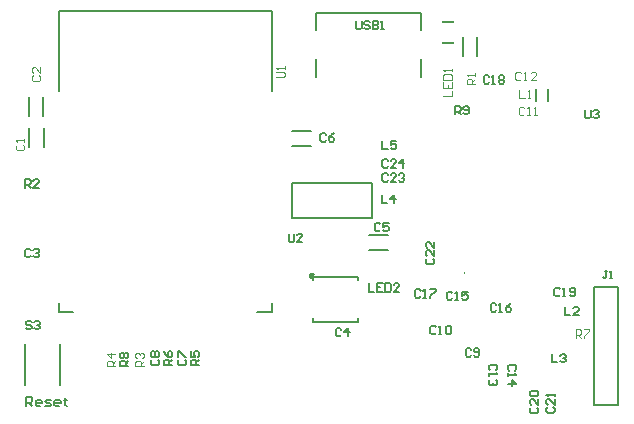
<source format=gto>
G04*
G04 #@! TF.GenerationSoftware,Altium Limited,Altium Designer,24.2.2 (26)*
G04*
G04 Layer_Color=65535*
%FSLAX43Y43*%
%MOMM*%
G71*
G04*
G04 #@! TF.SameCoordinates,928B7802-305B-46AC-8759-79FB43F0BFC6*
G04*
G04*
G04 #@! TF.FilePolarity,Positive*
G04*
G01*
G75*
%ADD10C,0.100*%
%ADD11C,0.127*%
%ADD12C,0.200*%
%ADD13C,0.254*%
%ADD14C,0.150*%
%ADD15C,0.120*%
%ADD16R,1.016X0.200*%
D10*
X38225Y22250D02*
G03*
X38225Y22150I0J-50D01*
G01*
D02*
G03*
X38225Y22250I0J50D01*
G01*
X2875Y36850D02*
G03*
X2875Y36950I0J50D01*
G01*
D02*
G03*
X2875Y36850I0J-50D01*
G01*
X3875Y44400D02*
X21875D01*
D11*
X25630Y38790D02*
Y40380D01*
Y42820D02*
Y44200D01*
X34570Y38790D02*
Y40380D01*
Y42820D02*
Y44200D01*
X25630D02*
X34570D01*
X25400Y21600D02*
Y21900D01*
X29200D01*
Y21600D02*
Y21900D01*
X25400Y18100D02*
Y18400D01*
Y18100D02*
X29200D01*
Y18400D01*
X44300Y36800D02*
Y37800D01*
X45300Y36800D02*
Y37800D01*
X1365Y32900D02*
Y34500D01*
X2585Y32900D02*
Y34500D01*
X30100Y25410D02*
X31700D01*
X30100Y24190D02*
X31700D01*
X23600Y32990D02*
X25200D01*
X23600Y34210D02*
X25200D01*
X39310Y40600D02*
Y42200D01*
X38090Y40600D02*
Y42200D01*
X2562Y35543D02*
Y37143D01*
X1343Y35543D02*
Y37143D01*
D12*
X23650Y29845D02*
X30350D01*
X23650Y26845D02*
X30350D01*
Y29845D01*
X23650Y26845D02*
Y29845D01*
X3875Y18900D02*
Y19650D01*
Y18900D02*
X5075D01*
X20675D02*
X21875D01*
Y19650D01*
Y37650D02*
Y44400D01*
X3875D02*
X21875D01*
X3875Y37650D02*
Y44400D01*
X49175Y21025D02*
X51175D01*
Y11025D02*
Y21025D01*
X49175Y11025D02*
Y21025D01*
X51175Y11025D02*
X51175Y11025D01*
X49175Y11025D02*
X51175D01*
D13*
X25141Y21905D02*
X25395Y22159D01*
X25141D02*
X25395D01*
X25141Y21905D02*
Y22159D01*
D14*
X3925Y12700D02*
Y16200D01*
X1025Y12700D02*
Y16200D01*
X1100Y10950D02*
Y11750D01*
X1500D01*
X1633Y11616D01*
Y11350D01*
X1500Y11217D01*
X1100D01*
X1367D02*
X1633Y10950D01*
X2300D02*
X2033D01*
X1900Y11083D01*
Y11350D01*
X2033Y11483D01*
X2300D01*
X2433Y11350D01*
Y11217D01*
X1900D01*
X2699Y10950D02*
X3099D01*
X3233Y11083D01*
X3099Y11217D01*
X2833D01*
X2699Y11350D01*
X2833Y11483D01*
X3233D01*
X3899Y10950D02*
X3633D01*
X3499Y11083D01*
Y11350D01*
X3633Y11483D01*
X3899D01*
X4032Y11350D01*
Y11217D01*
X3499D01*
X4432Y11616D02*
Y11483D01*
X4299D01*
X4566D01*
X4432D01*
Y11083D01*
X4566Y10950D01*
X11767Y14883D02*
X11650Y14767D01*
Y14533D01*
X11767Y14417D01*
X12233D01*
X12350Y14533D01*
Y14767D01*
X12233Y14883D01*
X11767Y15117D02*
X11650Y15233D01*
Y15467D01*
X11767Y15583D01*
X11883D01*
X12000Y15467D01*
X12117Y15583D01*
X12233D01*
X12350Y15467D01*
Y15233D01*
X12233Y15117D01*
X12117D01*
X12000Y15233D01*
X11883Y15117D01*
X11767D01*
X12000Y15233D02*
Y15467D01*
X45267Y10850D02*
X45150Y10733D01*
Y10500D01*
X45267Y10384D01*
X45733D01*
X45850Y10500D01*
Y10733D01*
X45733Y10850D01*
X45850Y11550D02*
Y11083D01*
X45383Y11550D01*
X45267D01*
X45150Y11433D01*
Y11200D01*
X45267Y11083D01*
X45850Y11783D02*
Y12016D01*
Y11900D01*
X45150D01*
X45267Y11783D01*
X9750Y14317D02*
X9050D01*
Y14667D01*
X9167Y14783D01*
X9400D01*
X9517Y14667D01*
Y14317D01*
Y14550D02*
X9750Y14783D01*
X9167Y15017D02*
X9050Y15133D01*
Y15367D01*
X9167Y15483D01*
X9283D01*
X9400Y15367D01*
X9517Y15483D01*
X9633D01*
X9750Y15367D01*
Y15133D01*
X9633Y15017D01*
X9517D01*
X9400Y15133D01*
X9283Y15017D01*
X9167D01*
X9400Y15133D02*
Y15367D01*
X1560Y18031D02*
X1444Y18148D01*
X1210D01*
X1094Y18031D01*
Y17915D01*
X1210Y17798D01*
X1444D01*
X1560Y17681D01*
Y17565D01*
X1444Y17448D01*
X1210D01*
X1094Y17565D01*
X1794Y18031D02*
X1910Y18148D01*
X2143D01*
X2260Y18031D01*
Y17915D01*
X2143Y17798D01*
X2027D01*
X2143D01*
X2260Y17681D01*
Y17565D01*
X2143Y17448D01*
X1910D01*
X1794Y17565D01*
X14067Y14883D02*
X13950Y14767D01*
Y14533D01*
X14067Y14417D01*
X14533D01*
X14650Y14533D01*
Y14767D01*
X14533Y14883D01*
X13950Y15117D02*
Y15583D01*
X14067D01*
X14533Y15117D01*
X14650D01*
X13450Y14417D02*
X12750D01*
Y14767D01*
X12867Y14883D01*
X13100D01*
X13217Y14767D01*
Y14417D01*
Y14650D02*
X13450Y14883D01*
X12750Y15583D02*
X12867Y15350D01*
X13100Y15117D01*
X13333D01*
X13450Y15233D01*
Y15467D01*
X13333Y15583D01*
X13217D01*
X13100Y15467D01*
Y15117D01*
X30117Y21350D02*
Y20650D01*
X30584D01*
X31283Y21350D02*
X30817D01*
Y20650D01*
X31283D01*
X30817Y21000D02*
X31050D01*
X31517Y21350D02*
Y20650D01*
X31867D01*
X31983Y20767D01*
Y21233D01*
X31867Y21350D01*
X31517D01*
X32683Y20650D02*
X32216D01*
X32683Y21117D01*
Y21233D01*
X32566Y21350D01*
X32333D01*
X32216Y21233D01*
X27783Y17433D02*
X27667Y17550D01*
X27433D01*
X27317Y17433D01*
Y16967D01*
X27433Y16850D01*
X27667D01*
X27783Y16967D01*
X28367Y16850D02*
Y17550D01*
X28017Y17200D01*
X28483D01*
X23317Y25550D02*
Y24967D01*
X23433Y24850D01*
X23667D01*
X23783Y24967D01*
Y25550D01*
X24483Y24850D02*
X24017D01*
X24483Y25317D01*
Y25433D01*
X24367Y25550D01*
X24133D01*
X24017Y25433D01*
X26483Y33933D02*
X26367Y34050D01*
X26133D01*
X26017Y33933D01*
Y33467D01*
X26133Y33350D01*
X26367D01*
X26483Y33467D01*
X27183Y34050D02*
X26950Y33933D01*
X26717Y33700D01*
Y33467D01*
X26833Y33350D01*
X27067D01*
X27183Y33467D01*
Y33583D01*
X27067Y33700D01*
X26717D01*
X31083Y26333D02*
X30967Y26450D01*
X30733D01*
X30617Y26333D01*
Y25867D01*
X30733Y25750D01*
X30967D01*
X31083Y25867D01*
X31783Y26450D02*
X31317D01*
Y26100D01*
X31550Y26217D01*
X31667D01*
X31783Y26100D01*
Y25867D01*
X31667Y25750D01*
X31433D01*
X31317Y25867D01*
X29034Y43550D02*
Y42967D01*
X29150Y42850D01*
X29384D01*
X29500Y42967D01*
Y43550D01*
X30200Y43433D02*
X30083Y43550D01*
X29850D01*
X29733Y43433D01*
Y43317D01*
X29850Y43200D01*
X30083D01*
X30200Y43083D01*
Y42967D01*
X30083Y42850D01*
X29850D01*
X29733Y42967D01*
X30433Y43550D02*
Y42850D01*
X30783D01*
X30900Y42967D01*
Y43083D01*
X30783Y43200D01*
X30433D01*
X30783D01*
X30900Y43317D01*
Y43433D01*
X30783Y43550D01*
X30433D01*
X31133Y42850D02*
X31366D01*
X31250D01*
Y43550D01*
X31133Y43433D01*
X37417Y35650D02*
Y36350D01*
X37767D01*
X37883Y36233D01*
Y36000D01*
X37767Y35883D01*
X37417D01*
X37650D02*
X37883Y35650D01*
X38117Y35767D02*
X38233Y35650D01*
X38467D01*
X38583Y35767D01*
Y36233D01*
X38467Y36350D01*
X38233D01*
X38117Y36233D01*
Y36117D01*
X38233Y36000D01*
X38583D01*
X46717Y19350D02*
Y18650D01*
X47183D01*
X47883D02*
X47417D01*
X47883Y19117D01*
Y19233D01*
X47767Y19350D01*
X47533D01*
X47417Y19233D01*
X40292Y38833D02*
X40175Y38950D01*
X39942D01*
X39825Y38833D01*
Y38367D01*
X39942Y38250D01*
X40175D01*
X40292Y38367D01*
X40525Y38250D02*
X40758D01*
X40642D01*
Y38950D01*
X40525Y38833D01*
X41108D02*
X41225Y38950D01*
X41458D01*
X41575Y38833D01*
Y38717D01*
X41458Y38600D01*
X41575Y38483D01*
Y38367D01*
X41458Y38250D01*
X41225D01*
X41108Y38367D01*
Y38483D01*
X41225Y38600D01*
X41108Y38717D01*
Y38833D01*
X41225Y38600D02*
X41458D01*
X40892Y19533D02*
X40775Y19650D01*
X40542D01*
X40425Y19533D01*
Y19067D01*
X40542Y18950D01*
X40775D01*
X40892Y19067D01*
X41125Y18950D02*
X41358D01*
X41242D01*
Y19650D01*
X41125Y19533D01*
X42175Y19650D02*
X41941Y19533D01*
X41708Y19300D01*
Y19067D01*
X41825Y18950D01*
X42058D01*
X42175Y19067D01*
Y19183D01*
X42058Y19300D01*
X41708D01*
X50300Y22400D02*
X50100D01*
X50200D01*
Y21900D01*
X50100Y21800D01*
X50000D01*
X49900Y21900D01*
X50500Y21800D02*
X50700D01*
X50600D01*
Y22400D01*
X50500Y22300D01*
X48417Y36050D02*
Y35467D01*
X48533Y35350D01*
X48767D01*
X48883Y35467D01*
Y36050D01*
X49117Y35933D02*
X49233Y36050D01*
X49467D01*
X49583Y35933D01*
Y35817D01*
X49467Y35700D01*
X49350D01*
X49467D01*
X49583Y35583D01*
Y35467D01*
X49467Y35350D01*
X49233D01*
X49117Y35467D01*
X45617Y15350D02*
Y14650D01*
X46083D01*
X46317Y15233D02*
X46433Y15350D01*
X46667D01*
X46783Y15233D01*
Y15117D01*
X46667Y15000D01*
X46550D01*
X46667D01*
X46783Y14883D01*
Y14767D01*
X46667Y14650D01*
X46433D01*
X46317Y14767D01*
X31217Y28850D02*
Y28150D01*
X31683D01*
X32267D02*
Y28850D01*
X31917Y28500D01*
X32383D01*
X31253Y33417D02*
Y32717D01*
X31720D01*
X32420Y33417D02*
X31953D01*
Y33067D01*
X32187Y33184D01*
X32303D01*
X32420Y33067D01*
Y32834D01*
X32303Y32717D01*
X32070D01*
X31953Y32834D01*
X40858Y13998D02*
X40975Y14115D01*
Y14348D01*
X40858Y14465D01*
X40392D01*
X40275Y14348D01*
Y14115D01*
X40392Y13998D01*
X40275Y13765D02*
Y13532D01*
Y13648D01*
X40975D01*
X40858Y13765D01*
Y13182D02*
X40975Y13065D01*
Y12832D01*
X40858Y12715D01*
X40742D01*
X40625Y12832D01*
Y12949D01*
Y12832D01*
X40509Y12715D01*
X40392D01*
X40275Y12832D01*
Y13065D01*
X40392Y13182D01*
X38783Y15733D02*
X38667Y15850D01*
X38433D01*
X38317Y15733D01*
Y15267D01*
X38433Y15150D01*
X38667D01*
X38783Y15267D01*
X39017D02*
X39133Y15150D01*
X39367D01*
X39483Y15267D01*
Y15733D01*
X39367Y15850D01*
X39133D01*
X39017Y15733D01*
Y15617D01*
X39133Y15500D01*
X39483D01*
X34499Y20725D02*
X34382Y20841D01*
X34149D01*
X34032Y20725D01*
Y20258D01*
X34149Y20142D01*
X34382D01*
X34499Y20258D01*
X34732Y20142D02*
X34965D01*
X34849D01*
Y20841D01*
X34732Y20725D01*
X35315Y20841D02*
X35782D01*
Y20725D01*
X35315Y20258D01*
Y20142D01*
X42458Y13958D02*
X42575Y14075D01*
Y14308D01*
X42458Y14425D01*
X41992D01*
X41875Y14308D01*
Y14075D01*
X41992Y13958D01*
X41875Y13725D02*
Y13492D01*
Y13608D01*
X42575D01*
X42458Y13725D01*
X41875Y12792D02*
X42575D01*
X42225Y13142D01*
Y12675D01*
X37192Y20533D02*
X37075Y20650D01*
X36842D01*
X36725Y20533D01*
Y20067D01*
X36842Y19950D01*
X37075D01*
X37192Y20067D01*
X37425Y19950D02*
X37658D01*
X37542D01*
Y20650D01*
X37425Y20533D01*
X38475Y20650D02*
X38008D01*
Y20300D01*
X38241Y20417D01*
X38358D01*
X38475Y20300D01*
Y20067D01*
X38358Y19950D01*
X38125D01*
X38008Y20067D01*
X35792Y17633D02*
X35675Y17750D01*
X35442D01*
X35325Y17633D01*
Y17167D01*
X35442Y17050D01*
X35675D01*
X35792Y17167D01*
X36025Y17050D02*
X36258D01*
X36142D01*
Y17750D01*
X36025Y17633D01*
X36608D02*
X36725Y17750D01*
X36958D01*
X37075Y17633D01*
Y17167D01*
X36958Y17050D01*
X36725D01*
X36608Y17167D01*
Y17633D01*
X46292Y20833D02*
X46175Y20950D01*
X45942D01*
X45825Y20833D01*
Y20367D01*
X45942Y20250D01*
X46175D01*
X46292Y20367D01*
X46525Y20250D02*
X46758D01*
X46642D01*
Y20950D01*
X46525Y20833D01*
X47108Y20367D02*
X47225Y20250D01*
X47458D01*
X47575Y20367D01*
Y20833D01*
X47458Y20950D01*
X47225D01*
X47108Y20833D01*
Y20717D01*
X47225Y20600D01*
X47575D01*
X43867Y10833D02*
X43750Y10717D01*
Y10484D01*
X43867Y10367D01*
X44333D01*
X44450Y10484D01*
Y10717D01*
X44333Y10833D01*
X44450Y11533D02*
Y11067D01*
X43983Y11533D01*
X43867D01*
X43750Y11417D01*
Y11183D01*
X43867Y11067D01*
Y11767D02*
X43750Y11883D01*
Y12116D01*
X43867Y12233D01*
X44333D01*
X44450Y12116D01*
Y11883D01*
X44333Y11767D01*
X43867D01*
X35067Y23433D02*
X34950Y23317D01*
Y23084D01*
X35067Y22967D01*
X35533D01*
X35650Y23084D01*
Y23317D01*
X35533Y23433D01*
X35650Y24133D02*
Y23667D01*
X35183Y24133D01*
X35067D01*
X34950Y24017D01*
Y23783D01*
X35067Y23667D01*
X35650Y24833D02*
Y24367D01*
X35183Y24833D01*
X35067D01*
X34950Y24716D01*
Y24483D01*
X35067Y24367D01*
X31733Y30533D02*
X31617Y30650D01*
X31384D01*
X31267Y30533D01*
Y30067D01*
X31384Y29950D01*
X31617D01*
X31733Y30067D01*
X32433Y29950D02*
X31967D01*
X32433Y30417D01*
Y30533D01*
X32317Y30650D01*
X32083D01*
X31967Y30533D01*
X32667D02*
X32783Y30650D01*
X33016D01*
X33133Y30533D01*
Y30417D01*
X33016Y30300D01*
X32900D01*
X33016D01*
X33133Y30183D01*
Y30067D01*
X33016Y29950D01*
X32783D01*
X32667Y30067D01*
X31733Y31733D02*
X31617Y31850D01*
X31384D01*
X31267Y31733D01*
Y31267D01*
X31384Y31150D01*
X31617D01*
X31733Y31267D01*
X32433Y31150D02*
X31967D01*
X32433Y31617D01*
Y31733D01*
X32317Y31850D01*
X32083D01*
X31967Y31733D01*
X33016Y31150D02*
Y31850D01*
X32667Y31500D01*
X33133D01*
X15750Y14417D02*
X15050D01*
Y14767D01*
X15167Y14883D01*
X15400D01*
X15517Y14767D01*
Y14417D01*
Y14650D02*
X15750Y14883D01*
X15050Y15583D02*
Y15117D01*
X15400D01*
X15283Y15350D01*
Y15467D01*
X15400Y15583D01*
X15633D01*
X15750Y15467D01*
Y15233D01*
X15633Y15117D01*
X1017Y29450D02*
Y30150D01*
X1367D01*
X1483Y30033D01*
Y29800D01*
X1367Y29684D01*
X1017D01*
X1250D02*
X1483Y29450D01*
X2183D02*
X1717D01*
X2183Y29917D01*
Y30033D01*
X2066Y30150D01*
X1833D01*
X1717Y30033D01*
X1483Y24133D02*
X1367Y24250D01*
X1133D01*
X1017Y24133D01*
Y23667D01*
X1133Y23550D01*
X1367D01*
X1483Y23667D01*
X1717Y24133D02*
X1833Y24250D01*
X2067D01*
X2183Y24133D01*
Y24017D01*
X2067Y23900D01*
X1950D01*
X2067D01*
X2183Y23783D01*
Y23667D01*
X2067Y23550D01*
X1833D01*
X1717Y23667D01*
D15*
X11050Y14317D02*
X10350D01*
Y14667D01*
X10467Y14783D01*
X10700D01*
X10817Y14667D01*
Y14317D01*
Y14550D02*
X11050Y14783D01*
X10467Y15017D02*
X10350Y15133D01*
Y15367D01*
X10467Y15483D01*
X10583D01*
X10700Y15367D01*
Y15250D01*
Y15367D01*
X10817Y15483D01*
X10933D01*
X11050Y15367D01*
Y15133D01*
X10933Y15017D01*
X8650Y14317D02*
X7950D01*
Y14667D01*
X8067Y14783D01*
X8300D01*
X8417Y14667D01*
Y14317D01*
Y14550D02*
X8650Y14783D01*
Y15367D02*
X7950D01*
X8300Y15017D01*
Y15483D01*
X43283Y36183D02*
X43167Y36300D01*
X42934D01*
X42817Y36183D01*
Y35717D01*
X42934Y35600D01*
X43167D01*
X43283Y35717D01*
X43517Y35600D02*
X43750D01*
X43633D01*
Y36300D01*
X43517Y36183D01*
X44100Y35600D02*
X44333D01*
X44216D01*
Y36300D01*
X44100Y36183D01*
X42992Y39133D02*
X42875Y39250D01*
X42642D01*
X42525Y39133D01*
Y38667D01*
X42642Y38550D01*
X42875D01*
X42992Y38667D01*
X43225Y38550D02*
X43458D01*
X43342D01*
Y39250D01*
X43225Y39133D01*
X44275Y38550D02*
X43808D01*
X44275Y39017D01*
Y39133D01*
X44158Y39250D01*
X43925D01*
X43808Y39133D01*
X42858Y37750D02*
Y37050D01*
X43325D01*
X43558D02*
X43792D01*
X43675D01*
Y37750D01*
X43558Y37633D01*
X47617Y16750D02*
Y17450D01*
X47967D01*
X48083Y17333D01*
Y17100D01*
X47967Y16983D01*
X47617D01*
X47850D02*
X48083Y16750D01*
X48317Y17450D02*
X48783D01*
Y17333D01*
X48317Y16867D01*
Y16750D01*
X22275Y38797D02*
X22858D01*
X22975Y38914D01*
Y39147D01*
X22858Y39264D01*
X22275D01*
X22975Y39497D02*
Y39730D01*
Y39614D01*
X22275D01*
X22392Y39497D01*
X1719Y38951D02*
X1603Y38835D01*
Y38601D01*
X1719Y38485D01*
X2186D01*
X2302Y38601D01*
Y38835D01*
X2186Y38951D01*
X2302Y39651D02*
Y39185D01*
X1836Y39651D01*
X1719D01*
X1603Y39534D01*
Y39301D01*
X1719Y39185D01*
X342Y33100D02*
X225Y32983D01*
Y32750D01*
X342Y32633D01*
X808D01*
X925Y32750D01*
Y32983D01*
X808Y33100D01*
X925Y33333D02*
Y33567D01*
Y33450D01*
X225D01*
X342Y33333D01*
X39100Y38200D02*
X38400D01*
Y38550D01*
X38517Y38667D01*
X38750D01*
X38867Y38550D01*
Y38200D01*
Y38433D02*
X39100Y38667D01*
Y38900D02*
Y39133D01*
Y39016D01*
X38400D01*
X38517Y38900D01*
X36425Y37200D02*
X37125D01*
Y37667D01*
X36425Y38366D02*
Y37900D01*
X37125D01*
Y38366D01*
X36775Y37900D02*
Y38133D01*
X36425Y38600D02*
X37125D01*
Y38949D01*
X37008Y39066D01*
X36542D01*
X36425Y38949D01*
Y38600D01*
X37125Y39299D02*
Y39533D01*
Y39416D01*
X36425D01*
X36542Y39299D01*
D16*
X36800Y41654D02*
D03*
Y43432D02*
D03*
M02*

</source>
